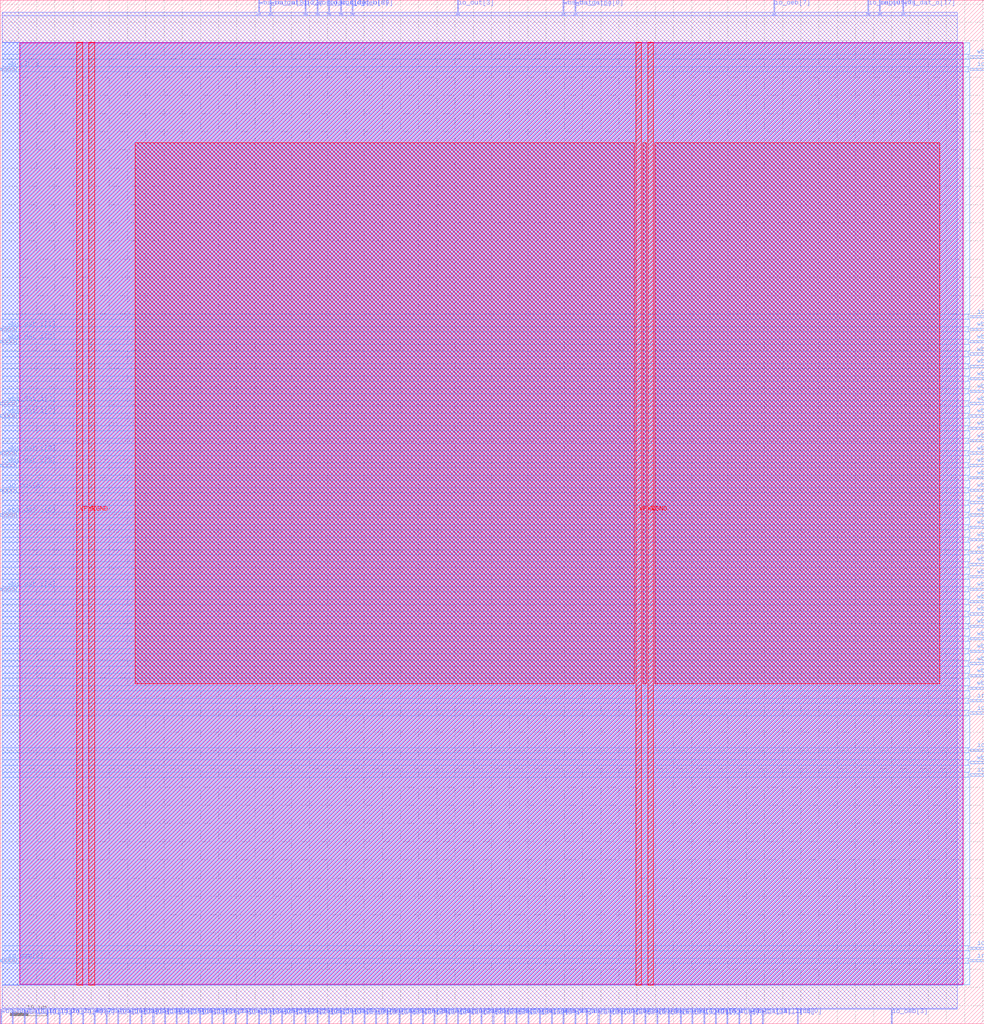
<source format=lef>
VERSION 5.7 ;
  NOWIREEXTENSIONATPIN ON ;
  DIVIDERCHAR "/" ;
  BUSBITCHARS "[]" ;
MACRO alpha2_3_simple_wb_wrapper
  CLASS BLOCK ;
  FOREIGN alpha2_3_simple_wb_wrapper ;
  ORIGIN 0.000 0.000 ;
  SIZE 270.395 BY 281.115 ;
  PIN VGND
    DIRECTION INOUT ;
    USE GROUND ;
    PORT
      LAYER met4 ;
        RECT 24.340 10.640 25.940 269.520 ;
    END
    PORT
      LAYER met4 ;
        RECT 177.940 10.640 179.540 269.520 ;
    END
  END VGND
  PIN VPWR
    DIRECTION INOUT ;
    USE POWER ;
    PORT
      LAYER met4 ;
        RECT 21.040 10.640 22.640 269.520 ;
    END
    PORT
      LAYER met4 ;
        RECT 174.640 10.640 176.240 269.520 ;
    END
  END VPWR
  PIN io_in[0]
    DIRECTION INPUT ;
    USE SIGNAL ;
    ANTENNAGATEAREA 0.196500 ;
    PORT
      LAYER met2 ;
        RECT 83.810 277.115 84.090 281.115 ;
    END
  END io_in[0]
  PIN io_in[1]
    DIRECTION INPUT ;
    USE SIGNAL ;
    PORT
      LAYER met2 ;
        RECT 9.750 0.000 10.030 4.000 ;
    END
  END io_in[1]
  PIN io_in[2]
    DIRECTION INPUT ;
    USE SIGNAL ;
    PORT
      LAYER met2 ;
        RECT 12.970 0.000 13.250 4.000 ;
    END
  END io_in[2]
  PIN io_in[3]
    DIRECTION INPUT ;
    USE SIGNAL ;
    PORT
      LAYER met2 ;
        RECT 16.190 0.000 16.470 4.000 ;
    END
  END io_in[3]
  PIN io_in[4]
    DIRECTION INPUT ;
    USE SIGNAL ;
    ANTENNAGATEAREA 0.196500 ;
    PORT
      LAYER met2 ;
        RECT 199.730 0.000 200.010 4.000 ;
    END
  END io_in[4]
  PIN io_in[5]
    DIRECTION INPUT ;
    USE SIGNAL ;
    ANTENNAGATEAREA 0.196500 ;
    PORT
      LAYER met2 ;
        RECT 193.290 0.000 193.570 4.000 ;
    END
  END io_in[5]
  PIN io_in[6]
    DIRECTION INPUT ;
    USE SIGNAL ;
    PORT
      LAYER met2 ;
        RECT 19.410 0.000 19.690 4.000 ;
    END
  END io_in[6]
  PIN io_in[7]
    DIRECTION INPUT ;
    USE SIGNAL ;
    PORT
      LAYER met2 ;
        RECT 22.630 0.000 22.910 4.000 ;
    END
  END io_in[7]
  PIN io_oeb[0]
    DIRECTION OUTPUT ;
    USE SIGNAL ;
    PORT
      LAYER met2 ;
        RECT 238.370 277.115 238.650 281.115 ;
    END
  END io_oeb[0]
  PIN io_oeb[1]
    DIRECTION OUTPUT ;
    USE SIGNAL ;
    PORT
      LAYER met3 ;
        RECT 266.395 20.440 270.395 21.040 ;
    END
  END io_oeb[1]
  PIN io_oeb[2]
    DIRECTION OUTPUT ;
    USE SIGNAL ;
    PORT
      LAYER met3 ;
        RECT 0.000 17.040 4.000 17.640 ;
    END
  END io_oeb[2]
  PIN io_oeb[3]
    DIRECTION OUTPUT ;
    USE SIGNAL ;
    PORT
      LAYER met2 ;
        RECT 244.810 0.000 245.090 4.000 ;
    END
  END io_oeb[3]
  PIN io_oeb[4]
    DIRECTION OUTPUT ;
    USE SIGNAL ;
    ANTENNADIFFAREA 0.445500 ;
    PORT
      LAYER met2 ;
        RECT 151.430 0.000 151.710 4.000 ;
    END
  END io_oeb[4]
  PIN io_oeb[5]
    DIRECTION OUTPUT ;
    USE SIGNAL ;
    ANTENNADIFFAREA 0.445500 ;
    PORT
      LAYER met3 ;
        RECT 266.395 74.840 270.395 75.440 ;
    END
  END io_oeb[5]
  PIN io_oeb[6]
    DIRECTION OUTPUT ;
    USE SIGNAL ;
    PORT
      LAYER met2 ;
        RECT 96.690 277.115 96.970 281.115 ;
    END
  END io_oeb[6]
  PIN io_oeb[7]
    DIRECTION OUTPUT ;
    USE SIGNAL ;
    PORT
      LAYER met2 ;
        RECT 212.610 277.115 212.890 281.115 ;
    END
  END io_oeb[7]
  PIN io_out[0]
    DIRECTION OUTPUT ;
    USE SIGNAL ;
    ANTENNADIFFAREA 0.445500 ;
    PORT
      LAYER met2 ;
        RECT 90.250 277.115 90.530 281.115 ;
    END
  END io_out[0]
  PIN io_out[1]
    DIRECTION OUTPUT ;
    USE SIGNAL ;
    ANTENNADIFFAREA 0.445500 ;
    PORT
      LAYER met3 ;
        RECT 266.395 193.840 270.395 194.440 ;
    END
  END io_out[1]
  PIN io_out[2]
    DIRECTION OUTPUT ;
    USE SIGNAL ;
    ANTENNADIFFAREA 0.445500 ;
    PORT
      LAYER met3 ;
        RECT 0.000 146.240 4.000 146.840 ;
    END
  END io_out[2]
  PIN io_out[3]
    DIRECTION OUTPUT ;
    USE SIGNAL ;
    ANTENNADIFFAREA 0.445500 ;
    PORT
      LAYER met2 ;
        RECT 125.670 277.115 125.950 281.115 ;
    END
  END io_out[3]
  PIN io_out[4]
    DIRECTION OUTPUT ;
    USE SIGNAL ;
    ANTENNADIFFAREA 0.445500 ;
    PORT
      LAYER met3 ;
        RECT 266.395 85.040 270.395 85.640 ;
    END
  END io_out[4]
  PIN io_out[5]
    DIRECTION OUTPUT ;
    USE SIGNAL ;
    ANTENNADIFFAREA 0.445500 ;
    PORT
      LAYER met3 ;
        RECT 266.395 68.040 270.395 68.640 ;
    END
  END io_out[5]
  PIN io_out[6]
    DIRECTION OUTPUT ;
    USE SIGNAL ;
    PORT
      LAYER met3 ;
        RECT 266.395 261.840 270.395 262.440 ;
    END
  END io_out[6]
  PIN io_out[7]
    DIRECTION OUTPUT ;
    USE SIGNAL ;
    PORT
      LAYER met2 ;
        RECT 241.590 277.115 241.870 281.115 ;
    END
  END io_out[7]
  PIN irq[0]
    DIRECTION OUTPUT ;
    USE SIGNAL ;
    ANTENNADIFFAREA 0.445500 ;
    PORT
      LAYER met2 ;
        RECT 219.050 0.000 219.330 4.000 ;
    END
  END irq[0]
  PIN irq[1]
    DIRECTION OUTPUT ;
    USE SIGNAL ;
    ANTENNADIFFAREA 0.445500 ;
    PORT
      LAYER met3 ;
        RECT 266.395 88.440 270.395 89.040 ;
    END
  END irq[1]
  PIN irq[2]
    DIRECTION OUTPUT ;
    USE SIGNAL ;
    PORT
      LAYER met3 ;
        RECT 266.395 17.040 270.395 17.640 ;
    END
  END irq[2]
  PIN wb_clk_i
    DIRECTION INPUT ;
    USE SIGNAL ;
    ANTENNAGATEAREA 0.852000 ;
    PORT
      LAYER met3 ;
        RECT 0.000 261.840 4.000 262.440 ;
    END
  END wb_clk_i
  PIN wb_rst_i
    DIRECTION INPUT ;
    USE SIGNAL ;
    ANTENNAGATEAREA 0.213000 ;
    PORT
      LAYER met2 ;
        RECT 58.050 0.000 58.330 4.000 ;
    END
  END wb_rst_i
  PIN wbs_ack_o
    DIRECTION OUTPUT ;
    USE SIGNAL ;
    ANTENNADIFFAREA 0.445500 ;
    PORT
      LAYER met3 ;
        RECT 266.395 102.040 270.395 102.640 ;
    END
  END wbs_ack_o
  PIN wbs_adr_i[0]
    DIRECTION INPUT ;
    USE SIGNAL ;
    ANTENNAGATEAREA 0.196500 ;
    PORT
      LAYER met2 ;
        RECT 180.410 0.000 180.690 4.000 ;
    END
  END wbs_adr_i[0]
  PIN wbs_adr_i[10]
    DIRECTION INPUT ;
    USE SIGNAL ;
    ANTENNAGATEAREA 0.196500 ;
    PORT
      LAYER met2 ;
        RECT 164.310 0.000 164.590 4.000 ;
    END
  END wbs_adr_i[10]
  PIN wbs_adr_i[11]
    DIRECTION INPUT ;
    USE SIGNAL ;
    ANTENNAGATEAREA 0.196500 ;
    PORT
      LAYER met2 ;
        RECT 161.090 0.000 161.370 4.000 ;
    END
  END wbs_adr_i[11]
  PIN wbs_adr_i[12]
    DIRECTION INPUT ;
    USE SIGNAL ;
    ANTENNAGATEAREA 0.213000 ;
    PORT
      LAYER met3 ;
        RECT 266.395 108.840 270.395 109.440 ;
    END
  END wbs_adr_i[12]
  PIN wbs_adr_i[13]
    DIRECTION INPUT ;
    USE SIGNAL ;
    ANTENNAGATEAREA 0.196500 ;
    PORT
      LAYER met3 ;
        RECT 266.395 115.640 270.395 116.240 ;
    END
  END wbs_adr_i[13]
  PIN wbs_adr_i[14]
    DIRECTION INPUT ;
    USE SIGNAL ;
    ANTENNAGATEAREA 0.196500 ;
    PORT
      LAYER met3 ;
        RECT 266.395 112.240 270.395 112.840 ;
    END
  END wbs_adr_i[14]
  PIN wbs_adr_i[15]
    DIRECTION INPUT ;
    USE SIGNAL ;
    ANTENNAGATEAREA 0.196500 ;
    PORT
      LAYER met3 ;
        RECT 266.395 125.840 270.395 126.440 ;
    END
  END wbs_adr_i[15]
  PIN wbs_adr_i[16]
    DIRECTION INPUT ;
    USE SIGNAL ;
    ANTENNAGATEAREA 0.196500 ;
    PORT
      LAYER met2 ;
        RECT 99.910 0.000 100.190 4.000 ;
    END
  END wbs_adr_i[16]
  PIN wbs_adr_i[17]
    DIRECTION INPUT ;
    USE SIGNAL ;
    ANTENNAGATEAREA 0.196500 ;
    PORT
      LAYER met2 ;
        RECT 148.210 0.000 148.490 4.000 ;
    END
  END wbs_adr_i[17]
  PIN wbs_adr_i[18]
    DIRECTION INPUT ;
    USE SIGNAL ;
    ANTENNAGATEAREA 0.196500 ;
    PORT
      LAYER met2 ;
        RECT 112.790 0.000 113.070 4.000 ;
    END
  END wbs_adr_i[18]
  PIN wbs_adr_i[19]
    DIRECTION INPUT ;
    USE SIGNAL ;
    ANTENNAGATEAREA 0.196500 ;
    PORT
      LAYER met2 ;
        RECT 119.230 0.000 119.510 4.000 ;
    END
  END wbs_adr_i[19]
  PIN wbs_adr_i[1]
    DIRECTION INPUT ;
    USE SIGNAL ;
    ANTENNAGATEAREA 0.196500 ;
    PORT
      LAYER met2 ;
        RECT 167.530 0.000 167.810 4.000 ;
    END
  END wbs_adr_i[1]
  PIN wbs_adr_i[20]
    DIRECTION INPUT ;
    USE SIGNAL ;
    ANTENNAGATEAREA 0.196500 ;
    PORT
      LAYER met2 ;
        RECT 116.010 0.000 116.290 4.000 ;
    END
  END wbs_adr_i[20]
  PIN wbs_adr_i[21]
    DIRECTION INPUT ;
    USE SIGNAL ;
    ANTENNAGATEAREA 0.196500 ;
    PORT
      LAYER met2 ;
        RECT 122.450 0.000 122.730 4.000 ;
    END
  END wbs_adr_i[21]
  PIN wbs_adr_i[22]
    DIRECTION INPUT ;
    USE SIGNAL ;
    ANTENNAGATEAREA 0.196500 ;
    PORT
      LAYER met2 ;
        RECT 125.670 0.000 125.950 4.000 ;
    END
  END wbs_adr_i[22]
  PIN wbs_adr_i[23]
    DIRECTION INPUT ;
    USE SIGNAL ;
    ANTENNAGATEAREA 0.196500 ;
    PORT
      LAYER met2 ;
        RECT 128.890 0.000 129.170 4.000 ;
    END
  END wbs_adr_i[23]
  PIN wbs_adr_i[24]
    DIRECTION INPUT ;
    USE SIGNAL ;
    ANTENNAGATEAREA 0.196500 ;
    PORT
      LAYER met2 ;
        RECT 138.550 0.000 138.830 4.000 ;
    END
  END wbs_adr_i[24]
  PIN wbs_adr_i[25]
    DIRECTION INPUT ;
    USE SIGNAL ;
    ANTENNAGATEAREA 0.196500 ;
    PORT
      LAYER met2 ;
        RECT 109.570 0.000 109.850 4.000 ;
    END
  END wbs_adr_i[25]
  PIN wbs_adr_i[26]
    DIRECTION INPUT ;
    USE SIGNAL ;
    ANTENNAGATEAREA 0.196500 ;
    PORT
      LAYER met2 ;
        RECT 106.350 0.000 106.630 4.000 ;
    END
  END wbs_adr_i[26]
  PIN wbs_adr_i[27]
    DIRECTION INPUT ;
    USE SIGNAL ;
    ANTENNAGATEAREA 0.196500 ;
    PORT
      LAYER met2 ;
        RECT 103.130 0.000 103.410 4.000 ;
    END
  END wbs_adr_i[27]
  PIN wbs_adr_i[28]
    DIRECTION INPUT ;
    USE SIGNAL ;
    ANTENNAGATEAREA 0.196500 ;
    PORT
      LAYER met2 ;
        RECT 132.110 0.000 132.390 4.000 ;
    END
  END wbs_adr_i[28]
  PIN wbs_adr_i[29]
    DIRECTION INPUT ;
    USE SIGNAL ;
    ANTENNAGATEAREA 0.196500 ;
    PORT
      LAYER met2 ;
        RECT 135.330 0.000 135.610 4.000 ;
    END
  END wbs_adr_i[29]
  PIN wbs_adr_i[2]
    DIRECTION INPUT ;
    USE SIGNAL ;
    ANTENNAGATEAREA 0.196500 ;
    PORT
      LAYER met2 ;
        RECT 196.510 0.000 196.790 4.000 ;
    END
  END wbs_adr_i[2]
  PIN wbs_adr_i[30]
    DIRECTION INPUT ;
    USE SIGNAL ;
    ANTENNAGATEAREA 0.196500 ;
    PORT
      LAYER met2 ;
        RECT 141.770 0.000 142.050 4.000 ;
    END
  END wbs_adr_i[30]
  PIN wbs_adr_i[31]
    DIRECTION INPUT ;
    USE SIGNAL ;
    ANTENNAGATEAREA 0.196500 ;
    PORT
      LAYER met2 ;
        RECT 144.990 0.000 145.270 4.000 ;
    END
  END wbs_adr_i[31]
  PIN wbs_adr_i[3]
    DIRECTION INPUT ;
    USE SIGNAL ;
    ANTENNAGATEAREA 0.196500 ;
    PORT
      LAYER met2 ;
        RECT 183.630 0.000 183.910 4.000 ;
    END
  END wbs_adr_i[3]
  PIN wbs_adr_i[4]
    DIRECTION INPUT ;
    USE SIGNAL ;
    ANTENNAGATEAREA 0.196500 ;
    PORT
      LAYER met2 ;
        RECT 177.190 0.000 177.470 4.000 ;
    END
  END wbs_adr_i[4]
  PIN wbs_adr_i[5]
    DIRECTION INPUT ;
    USE SIGNAL ;
    ANTENNAGATEAREA 0.196500 ;
    PORT
      LAYER met2 ;
        RECT 190.070 0.000 190.350 4.000 ;
    END
  END wbs_adr_i[5]
  PIN wbs_adr_i[6]
    DIRECTION INPUT ;
    USE SIGNAL ;
    ANTENNAGATEAREA 0.196500 ;
    PORT
      LAYER met2 ;
        RECT 170.750 0.000 171.030 4.000 ;
    END
  END wbs_adr_i[6]
  PIN wbs_adr_i[7]
    DIRECTION INPUT ;
    USE SIGNAL ;
    ANTENNAGATEAREA 0.196500 ;
    PORT
      LAYER met2 ;
        RECT 186.850 0.000 187.130 4.000 ;
    END
  END wbs_adr_i[7]
  PIN wbs_adr_i[8]
    DIRECTION INPUT ;
    USE SIGNAL ;
    ANTENNAGATEAREA 0.196500 ;
    PORT
      LAYER met2 ;
        RECT 173.970 0.000 174.250 4.000 ;
    END
  END wbs_adr_i[8]
  PIN wbs_adr_i[9]
    DIRECTION INPUT ;
    USE SIGNAL ;
    ANTENNAGATEAREA 0.196500 ;
    PORT
      LAYER met2 ;
        RECT 157.870 0.000 158.150 4.000 ;
    END
  END wbs_adr_i[9]
  PIN wbs_cyc_i
    DIRECTION INPUT ;
    USE SIGNAL ;
    ANTENNAGATEAREA 0.196500 ;
    PORT
      LAYER met3 ;
        RECT 266.395 119.040 270.395 119.640 ;
    END
  END wbs_cyc_i
  PIN wbs_dat_i[0]
    DIRECTION INPUT ;
    USE SIGNAL ;
    ANTENNAGATEAREA 0.196500 ;
    PORT
      LAYER met3 ;
        RECT 0.000 156.440 4.000 157.040 ;
    END
  END wbs_dat_i[0]
  PIN wbs_dat_i[10]
    DIRECTION INPUT ;
    USE SIGNAL ;
    PORT
      LAYER met2 ;
        RECT 25.850 0.000 26.130 4.000 ;
    END
  END wbs_dat_i[10]
  PIN wbs_dat_i[11]
    DIRECTION INPUT ;
    USE SIGNAL ;
    PORT
      LAYER met2 ;
        RECT 29.070 0.000 29.350 4.000 ;
    END
  END wbs_dat_i[11]
  PIN wbs_dat_i[12]
    DIRECTION INPUT ;
    USE SIGNAL ;
    PORT
      LAYER met2 ;
        RECT 32.290 0.000 32.570 4.000 ;
    END
  END wbs_dat_i[12]
  PIN wbs_dat_i[13]
    DIRECTION INPUT ;
    USE SIGNAL ;
    PORT
      LAYER met2 ;
        RECT 35.510 0.000 35.790 4.000 ;
    END
  END wbs_dat_i[13]
  PIN wbs_dat_i[14]
    DIRECTION INPUT ;
    USE SIGNAL ;
    PORT
      LAYER met2 ;
        RECT 38.730 0.000 39.010 4.000 ;
    END
  END wbs_dat_i[14]
  PIN wbs_dat_i[15]
    DIRECTION INPUT ;
    USE SIGNAL ;
    PORT
      LAYER met2 ;
        RECT 41.950 0.000 42.230 4.000 ;
    END
  END wbs_dat_i[15]
  PIN wbs_dat_i[16]
    DIRECTION INPUT ;
    USE SIGNAL ;
    PORT
      LAYER met2 ;
        RECT 209.390 0.000 209.670 4.000 ;
    END
  END wbs_dat_i[16]
  PIN wbs_dat_i[17]
    DIRECTION INPUT ;
    USE SIGNAL ;
    PORT
      LAYER met2 ;
        RECT 206.170 0.000 206.450 4.000 ;
    END
  END wbs_dat_i[17]
  PIN wbs_dat_i[18]
    DIRECTION INPUT ;
    USE SIGNAL ;
    PORT
      LAYER met2 ;
        RECT 202.950 0.000 203.230 4.000 ;
    END
  END wbs_dat_i[18]
  PIN wbs_dat_i[19]
    DIRECTION INPUT ;
    USE SIGNAL ;
    PORT
      LAYER met2 ;
        RECT 45.170 0.000 45.450 4.000 ;
    END
  END wbs_dat_i[19]
  PIN wbs_dat_i[1]
    DIRECTION INPUT ;
    USE SIGNAL ;
    ANTENNAGATEAREA 0.196500 ;
    PORT
      LAYER met3 ;
        RECT 0.000 190.440 4.000 191.040 ;
    END
  END wbs_dat_i[1]
  PIN wbs_dat_i[20]
    DIRECTION INPUT ;
    USE SIGNAL ;
    PORT
      LAYER met2 ;
        RECT 48.390 0.000 48.670 4.000 ;
    END
  END wbs_dat_i[20]
  PIN wbs_dat_i[21]
    DIRECTION INPUT ;
    USE SIGNAL ;
    PORT
      LAYER met2 ;
        RECT 51.610 0.000 51.890 4.000 ;
    END
  END wbs_dat_i[21]
  PIN wbs_dat_i[22]
    DIRECTION INPUT ;
    USE SIGNAL ;
    PORT
      LAYER met2 ;
        RECT 54.830 0.000 55.110 4.000 ;
    END
  END wbs_dat_i[22]
  PIN wbs_dat_i[23]
    DIRECTION INPUT ;
    USE SIGNAL ;
    PORT
      LAYER met2 ;
        RECT 61.270 0.000 61.550 4.000 ;
    END
  END wbs_dat_i[23]
  PIN wbs_dat_i[24]
    DIRECTION INPUT ;
    USE SIGNAL ;
    PORT
      LAYER met2 ;
        RECT 64.490 0.000 64.770 4.000 ;
    END
  END wbs_dat_i[24]
  PIN wbs_dat_i[25]
    DIRECTION INPUT ;
    USE SIGNAL ;
    PORT
      LAYER met2 ;
        RECT 67.710 0.000 67.990 4.000 ;
    END
  END wbs_dat_i[25]
  PIN wbs_dat_i[26]
    DIRECTION INPUT ;
    USE SIGNAL ;
    PORT
      LAYER met2 ;
        RECT 70.930 0.000 71.210 4.000 ;
    END
  END wbs_dat_i[26]
  PIN wbs_dat_i[27]
    DIRECTION INPUT ;
    USE SIGNAL ;
    PORT
      LAYER met2 ;
        RECT 74.150 0.000 74.430 4.000 ;
    END
  END wbs_dat_i[27]
  PIN wbs_dat_i[28]
    DIRECTION INPUT ;
    USE SIGNAL ;
    PORT
      LAYER met2 ;
        RECT 77.370 0.000 77.650 4.000 ;
    END
  END wbs_dat_i[28]
  PIN wbs_dat_i[29]
    DIRECTION INPUT ;
    USE SIGNAL ;
    PORT
      LAYER met2 ;
        RECT 80.590 0.000 80.870 4.000 ;
    END
  END wbs_dat_i[29]
  PIN wbs_dat_i[2]
    DIRECTION INPUT ;
    USE SIGNAL ;
    ANTENNAGATEAREA 0.196500 ;
    PORT
      LAYER met3 ;
        RECT 0.000 187.040 4.000 187.640 ;
    END
  END wbs_dat_i[2]
  PIN wbs_dat_i[30]
    DIRECTION INPUT ;
    USE SIGNAL ;
    PORT
      LAYER met2 ;
        RECT 83.810 0.000 84.090 4.000 ;
    END
  END wbs_dat_i[30]
  PIN wbs_dat_i[31]
    DIRECTION INPUT ;
    USE SIGNAL ;
    PORT
      LAYER met2 ;
        RECT 87.030 0.000 87.310 4.000 ;
    END
  END wbs_dat_i[31]
  PIN wbs_dat_i[3]
    DIRECTION INPUT ;
    USE SIGNAL ;
    ANTENNAGATEAREA 0.196500 ;
    PORT
      LAYER met3 ;
        RECT 0.000 170.040 4.000 170.640 ;
    END
  END wbs_dat_i[3]
  PIN wbs_dat_i[4]
    DIRECTION INPUT ;
    USE SIGNAL ;
    ANTENNAGATEAREA 0.196500 ;
    PORT
      LAYER met3 ;
        RECT 0.000 119.040 4.000 119.640 ;
    END
  END wbs_dat_i[4]
  PIN wbs_dat_i[5]
    DIRECTION INPUT ;
    USE SIGNAL ;
    ANTENNAGATEAREA 0.196500 ;
    PORT
      LAYER met3 ;
        RECT 0.000 153.040 4.000 153.640 ;
    END
  END wbs_dat_i[5]
  PIN wbs_dat_i[6]
    DIRECTION INPUT ;
    USE SIGNAL ;
    ANTENNAGATEAREA 0.196500 ;
    PORT
      LAYER met3 ;
        RECT 0.000 139.440 4.000 140.040 ;
    END
  END wbs_dat_i[6]
  PIN wbs_dat_i[7]
    DIRECTION INPUT ;
    USE SIGNAL ;
    ANTENNAGATEAREA 0.196500 ;
    PORT
      LAYER met3 ;
        RECT 0.000 166.640 4.000 167.240 ;
    END
  END wbs_dat_i[7]
  PIN wbs_dat_i[8]
    DIRECTION INPUT ;
    USE SIGNAL ;
    PORT
      LAYER met2 ;
        RECT 90.250 0.000 90.530 4.000 ;
    END
  END wbs_dat_i[8]
  PIN wbs_dat_i[9]
    DIRECTION INPUT ;
    USE SIGNAL ;
    PORT
      LAYER met2 ;
        RECT 93.470 0.000 93.750 4.000 ;
    END
  END wbs_dat_i[9]
  PIN wbs_dat_o[0]
    DIRECTION OUTPUT ;
    USE SIGNAL ;
    ANTENNADIFFAREA 0.445500 ;
    PORT
      LAYER met2 ;
        RECT 157.870 277.115 158.150 281.115 ;
    END
  END wbs_dat_o[0]
  PIN wbs_dat_o[10]
    DIRECTION OUTPUT ;
    USE SIGNAL ;
    ANTENNADIFFAREA 0.445500 ;
    PORT
      LAYER met3 ;
        RECT 266.395 183.640 270.395 184.240 ;
    END
  END wbs_dat_o[10]
  PIN wbs_dat_o[11]
    DIRECTION OUTPUT ;
    USE SIGNAL ;
    ANTENNADIFFAREA 0.445500 ;
    PORT
      LAYER met3 ;
        RECT 266.395 190.440 270.395 191.040 ;
    END
  END wbs_dat_o[11]
  PIN wbs_dat_o[12]
    DIRECTION OUTPUT ;
    USE SIGNAL ;
    ANTENNADIFFAREA 0.445500 ;
    PORT
      LAYER met3 ;
        RECT 266.395 163.240 270.395 163.840 ;
    END
  END wbs_dat_o[12]
  PIN wbs_dat_o[13]
    DIRECTION OUTPUT ;
    USE SIGNAL ;
    ANTENNADIFFAREA 0.445500 ;
    PORT
      LAYER met3 ;
        RECT 266.395 159.840 270.395 160.440 ;
    END
  END wbs_dat_o[13]
  PIN wbs_dat_o[14]
    DIRECTION OUTPUT ;
    USE SIGNAL ;
    PORT
      LAYER met3 ;
        RECT 266.395 265.240 270.395 265.840 ;
    END
  END wbs_dat_o[14]
  PIN wbs_dat_o[15]
    DIRECTION OUTPUT ;
    USE SIGNAL ;
    ANTENNADIFFAREA 0.445500 ;
    PORT
      LAYER met3 ;
        RECT 266.395 156.440 270.395 157.040 ;
    END
  END wbs_dat_o[15]
  PIN wbs_dat_o[16]
    DIRECTION OUTPUT ;
    USE SIGNAL ;
    ANTENNADIFFAREA 0.445500 ;
    PORT
      LAYER met3 ;
        RECT 266.395 146.240 270.395 146.840 ;
    END
  END wbs_dat_o[16]
  PIN wbs_dat_o[17]
    DIRECTION OUTPUT ;
    USE SIGNAL ;
    PORT
      LAYER met2 ;
        RECT 248.030 277.115 248.310 281.115 ;
    END
  END wbs_dat_o[17]
  PIN wbs_dat_o[18]
    DIRECTION OUTPUT ;
    USE SIGNAL ;
    ANTENNADIFFAREA 0.445500 ;
    PORT
      LAYER met3 ;
        RECT 266.395 129.240 270.395 129.840 ;
    END
  END wbs_dat_o[18]
  PIN wbs_dat_o[19]
    DIRECTION OUTPUT ;
    USE SIGNAL ;
    ANTENNADIFFAREA 0.445500 ;
    PORT
      LAYER met3 ;
        RECT 266.395 170.040 270.395 170.640 ;
    END
  END wbs_dat_o[19]
  PIN wbs_dat_o[1]
    DIRECTION OUTPUT ;
    USE SIGNAL ;
    ANTENNADIFFAREA 0.445500 ;
    PORT
      LAYER met3 ;
        RECT 266.395 176.840 270.395 177.440 ;
    END
  END wbs_dat_o[1]
  PIN wbs_dat_o[20]
    DIRECTION OUTPUT ;
    USE SIGNAL ;
    PORT
      LAYER met2 ;
        RECT 87.030 277.115 87.310 281.115 ;
    END
  END wbs_dat_o[20]
  PIN wbs_dat_o[21]
    DIRECTION OUTPUT ;
    USE SIGNAL ;
    ANTENNADIFFAREA 0.445500 ;
    PORT
      LAYER met3 ;
        RECT 266.395 142.840 270.395 143.440 ;
    END
  END wbs_dat_o[21]
  PIN wbs_dat_o[22]
    DIRECTION OUTPUT ;
    USE SIGNAL ;
    PORT
      LAYER met2 ;
        RECT 74.150 277.115 74.430 281.115 ;
    END
  END wbs_dat_o[22]
  PIN wbs_dat_o[23]
    DIRECTION OUTPUT ;
    USE SIGNAL ;
    ANTENNADIFFAREA 0.445500 ;
    PORT
      LAYER met3 ;
        RECT 266.395 105.440 270.395 106.040 ;
    END
  END wbs_dat_o[23]
  PIN wbs_dat_o[24]
    DIRECTION OUTPUT ;
    USE SIGNAL ;
    PORT
      LAYER met3 ;
        RECT 266.395 71.440 270.395 72.040 ;
    END
  END wbs_dat_o[24]
  PIN wbs_dat_o[25]
    DIRECTION OUTPUT ;
    USE SIGNAL ;
    ANTENNADIFFAREA 0.445500 ;
    PORT
      LAYER met3 ;
        RECT 266.395 153.040 270.395 153.640 ;
    END
  END wbs_dat_o[25]
  PIN wbs_dat_o[26]
    DIRECTION OUTPUT ;
    USE SIGNAL ;
    ANTENNADIFFAREA 0.445500 ;
    PORT
      LAYER met3 ;
        RECT 266.395 180.240 270.395 180.840 ;
    END
  END wbs_dat_o[26]
  PIN wbs_dat_o[27]
    DIRECTION OUTPUT ;
    USE SIGNAL ;
    ANTENNADIFFAREA 0.445500 ;
    PORT
      LAYER met3 ;
        RECT 266.395 187.040 270.395 187.640 ;
    END
  END wbs_dat_o[27]
  PIN wbs_dat_o[28]
    DIRECTION OUTPUT ;
    USE SIGNAL ;
    ANTENNADIFFAREA 0.445500 ;
    PORT
      LAYER met3 ;
        RECT 266.395 166.640 270.395 167.240 ;
    END
  END wbs_dat_o[28]
  PIN wbs_dat_o[29]
    DIRECTION OUTPUT ;
    USE SIGNAL ;
    PORT
      LAYER met2 ;
        RECT 93.470 277.115 93.750 281.115 ;
    END
  END wbs_dat_o[29]
  PIN wbs_dat_o[2]
    DIRECTION OUTPUT ;
    USE SIGNAL ;
    ANTENNADIFFAREA 0.445500 ;
    PORT
      LAYER met3 ;
        RECT 266.395 136.040 270.395 136.640 ;
    END
  END wbs_dat_o[2]
  PIN wbs_dat_o[30]
    DIRECTION OUTPUT ;
    USE SIGNAL ;
    ANTENNADIFFAREA 0.445500 ;
    PORT
      LAYER met3 ;
        RECT 266.395 149.640 270.395 150.240 ;
    END
  END wbs_dat_o[30]
  PIN wbs_dat_o[31]
    DIRECTION OUTPUT ;
    USE SIGNAL ;
    ANTENNADIFFAREA 0.445500 ;
    PORT
      LAYER met3 ;
        RECT 266.395 132.640 270.395 133.240 ;
    END
  END wbs_dat_o[31]
  PIN wbs_dat_o[3]
    DIRECTION OUTPUT ;
    USE SIGNAL ;
    ANTENNADIFFAREA 0.445500 ;
    PORT
      LAYER met3 ;
        RECT 266.395 91.840 270.395 92.440 ;
    END
  END wbs_dat_o[3]
  PIN wbs_dat_o[4]
    DIRECTION OUTPUT ;
    USE SIGNAL ;
    ANTENNADIFFAREA 0.445500 ;
    PORT
      LAYER met3 ;
        RECT 266.395 173.440 270.395 174.040 ;
    END
  END wbs_dat_o[4]
  PIN wbs_dat_o[5]
    DIRECTION OUTPUT ;
    USE SIGNAL ;
    ANTENNADIFFAREA 0.445500 ;
    PORT
      LAYER met3 ;
        RECT 266.395 98.640 270.395 99.240 ;
    END
  END wbs_dat_o[5]
  PIN wbs_dat_o[6]
    DIRECTION OUTPUT ;
    USE SIGNAL ;
    ANTENNADIFFAREA 0.445500 ;
    PORT
      LAYER met2 ;
        RECT 154.650 277.115 154.930 281.115 ;
    END
  END wbs_dat_o[6]
  PIN wbs_dat_o[7]
    DIRECTION OUTPUT ;
    USE SIGNAL ;
    ANTENNADIFFAREA 0.445500 ;
    PORT
      LAYER met3 ;
        RECT 266.395 139.440 270.395 140.040 ;
    END
  END wbs_dat_o[7]
  PIN wbs_dat_o[8]
    DIRECTION OUTPUT ;
    USE SIGNAL ;
    PORT
      LAYER met2 ;
        RECT 70.930 277.115 71.210 281.115 ;
    END
  END wbs_dat_o[8]
  PIN wbs_dat_o[9]
    DIRECTION OUTPUT ;
    USE SIGNAL ;
    ANTENNADIFFAREA 0.445500 ;
    PORT
      LAYER met3 ;
        RECT 266.395 95.240 270.395 95.840 ;
    END
  END wbs_dat_o[9]
  PIN wbs_sel_i[0]
    DIRECTION INPUT ;
    USE SIGNAL ;
    PORT
      LAYER met2 ;
        RECT 96.690 0.000 96.970 4.000 ;
    END
  END wbs_sel_i[0]
  PIN wbs_sel_i[1]
    DIRECTION INPUT ;
    USE SIGNAL ;
    PORT
      LAYER met2 ;
        RECT 0.090 0.000 0.370 4.000 ;
    END
  END wbs_sel_i[1]
  PIN wbs_sel_i[2]
    DIRECTION INPUT ;
    USE SIGNAL ;
    PORT
      LAYER met2 ;
        RECT 3.310 0.000 3.590 4.000 ;
    END
  END wbs_sel_i[2]
  PIN wbs_sel_i[3]
    DIRECTION INPUT ;
    USE SIGNAL ;
    PORT
      LAYER met2 ;
        RECT 6.530 0.000 6.810 4.000 ;
    END
  END wbs_sel_i[3]
  PIN wbs_stb_i
    DIRECTION INPUT ;
    USE SIGNAL ;
    ANTENNAGATEAREA 0.196500 ;
    PORT
      LAYER met3 ;
        RECT 266.395 122.440 270.395 123.040 ;
    END
  END wbs_stb_i
  PIN wbs_we_i
    DIRECTION INPUT ;
    USE SIGNAL ;
    ANTENNAGATEAREA 0.196500 ;
    PORT
      LAYER met2 ;
        RECT 154.650 0.000 154.930 4.000 ;
    END
  END wbs_we_i
  OBS
      LAYER nwell ;
        RECT 5.330 10.795 264.690 269.470 ;
      LAYER li1 ;
        RECT 5.520 10.795 264.500 269.365 ;
      LAYER met1 ;
        RECT 0.530 10.640 264.500 269.520 ;
      LAYER met2 ;
        RECT 0.550 276.835 70.650 277.850 ;
        RECT 71.490 276.835 73.870 277.850 ;
        RECT 74.710 276.835 83.530 277.850 ;
        RECT 84.370 276.835 86.750 277.850 ;
        RECT 87.590 276.835 89.970 277.850 ;
        RECT 90.810 276.835 93.190 277.850 ;
        RECT 94.030 276.835 96.410 277.850 ;
        RECT 97.250 276.835 125.390 277.850 ;
        RECT 126.230 276.835 154.370 277.850 ;
        RECT 155.210 276.835 157.590 277.850 ;
        RECT 158.430 276.835 212.330 277.850 ;
        RECT 213.170 276.835 238.090 277.850 ;
        RECT 238.930 276.835 241.310 277.850 ;
        RECT 242.150 276.835 247.750 277.850 ;
        RECT 248.590 276.835 263.030 277.850 ;
        RECT 0.550 4.280 263.030 276.835 ;
        RECT 0.650 4.000 3.030 4.280 ;
        RECT 3.870 4.000 6.250 4.280 ;
        RECT 7.090 4.000 9.470 4.280 ;
        RECT 10.310 4.000 12.690 4.280 ;
        RECT 13.530 4.000 15.910 4.280 ;
        RECT 16.750 4.000 19.130 4.280 ;
        RECT 19.970 4.000 22.350 4.280 ;
        RECT 23.190 4.000 25.570 4.280 ;
        RECT 26.410 4.000 28.790 4.280 ;
        RECT 29.630 4.000 32.010 4.280 ;
        RECT 32.850 4.000 35.230 4.280 ;
        RECT 36.070 4.000 38.450 4.280 ;
        RECT 39.290 4.000 41.670 4.280 ;
        RECT 42.510 4.000 44.890 4.280 ;
        RECT 45.730 4.000 48.110 4.280 ;
        RECT 48.950 4.000 51.330 4.280 ;
        RECT 52.170 4.000 54.550 4.280 ;
        RECT 55.390 4.000 57.770 4.280 ;
        RECT 58.610 4.000 60.990 4.280 ;
        RECT 61.830 4.000 64.210 4.280 ;
        RECT 65.050 4.000 67.430 4.280 ;
        RECT 68.270 4.000 70.650 4.280 ;
        RECT 71.490 4.000 73.870 4.280 ;
        RECT 74.710 4.000 77.090 4.280 ;
        RECT 77.930 4.000 80.310 4.280 ;
        RECT 81.150 4.000 83.530 4.280 ;
        RECT 84.370 4.000 86.750 4.280 ;
        RECT 87.590 4.000 89.970 4.280 ;
        RECT 90.810 4.000 93.190 4.280 ;
        RECT 94.030 4.000 96.410 4.280 ;
        RECT 97.250 4.000 99.630 4.280 ;
        RECT 100.470 4.000 102.850 4.280 ;
        RECT 103.690 4.000 106.070 4.280 ;
        RECT 106.910 4.000 109.290 4.280 ;
        RECT 110.130 4.000 112.510 4.280 ;
        RECT 113.350 4.000 115.730 4.280 ;
        RECT 116.570 4.000 118.950 4.280 ;
        RECT 119.790 4.000 122.170 4.280 ;
        RECT 123.010 4.000 125.390 4.280 ;
        RECT 126.230 4.000 128.610 4.280 ;
        RECT 129.450 4.000 131.830 4.280 ;
        RECT 132.670 4.000 135.050 4.280 ;
        RECT 135.890 4.000 138.270 4.280 ;
        RECT 139.110 4.000 141.490 4.280 ;
        RECT 142.330 4.000 144.710 4.280 ;
        RECT 145.550 4.000 147.930 4.280 ;
        RECT 148.770 4.000 151.150 4.280 ;
        RECT 151.990 4.000 154.370 4.280 ;
        RECT 155.210 4.000 157.590 4.280 ;
        RECT 158.430 4.000 160.810 4.280 ;
        RECT 161.650 4.000 164.030 4.280 ;
        RECT 164.870 4.000 167.250 4.280 ;
        RECT 168.090 4.000 170.470 4.280 ;
        RECT 171.310 4.000 173.690 4.280 ;
        RECT 174.530 4.000 176.910 4.280 ;
        RECT 177.750 4.000 180.130 4.280 ;
        RECT 180.970 4.000 183.350 4.280 ;
        RECT 184.190 4.000 186.570 4.280 ;
        RECT 187.410 4.000 189.790 4.280 ;
        RECT 190.630 4.000 193.010 4.280 ;
        RECT 193.850 4.000 196.230 4.280 ;
        RECT 197.070 4.000 199.450 4.280 ;
        RECT 200.290 4.000 202.670 4.280 ;
        RECT 203.510 4.000 205.890 4.280 ;
        RECT 206.730 4.000 209.110 4.280 ;
        RECT 209.950 4.000 218.770 4.280 ;
        RECT 219.610 4.000 244.530 4.280 ;
        RECT 245.370 4.000 263.030 4.280 ;
      LAYER met3 ;
        RECT 0.525 266.240 266.395 269.445 ;
        RECT 0.525 264.840 265.995 266.240 ;
        RECT 0.525 262.840 266.395 264.840 ;
        RECT 4.400 261.440 265.995 262.840 ;
        RECT 0.525 194.840 266.395 261.440 ;
        RECT 0.525 193.440 265.995 194.840 ;
        RECT 0.525 191.440 266.395 193.440 ;
        RECT 4.400 190.040 265.995 191.440 ;
        RECT 0.525 188.040 266.395 190.040 ;
        RECT 4.400 186.640 265.995 188.040 ;
        RECT 0.525 184.640 266.395 186.640 ;
        RECT 0.525 183.240 265.995 184.640 ;
        RECT 0.525 181.240 266.395 183.240 ;
        RECT 0.525 179.840 265.995 181.240 ;
        RECT 0.525 177.840 266.395 179.840 ;
        RECT 0.525 176.440 265.995 177.840 ;
        RECT 0.525 174.440 266.395 176.440 ;
        RECT 0.525 173.040 265.995 174.440 ;
        RECT 0.525 171.040 266.395 173.040 ;
        RECT 4.400 169.640 265.995 171.040 ;
        RECT 0.525 167.640 266.395 169.640 ;
        RECT 4.400 166.240 265.995 167.640 ;
        RECT 0.525 164.240 266.395 166.240 ;
        RECT 0.525 162.840 265.995 164.240 ;
        RECT 0.525 160.840 266.395 162.840 ;
        RECT 0.525 159.440 265.995 160.840 ;
        RECT 0.525 157.440 266.395 159.440 ;
        RECT 4.400 156.040 265.995 157.440 ;
        RECT 0.525 154.040 266.395 156.040 ;
        RECT 4.400 152.640 265.995 154.040 ;
        RECT 0.525 150.640 266.395 152.640 ;
        RECT 0.525 149.240 265.995 150.640 ;
        RECT 0.525 147.240 266.395 149.240 ;
        RECT 4.400 145.840 265.995 147.240 ;
        RECT 0.525 143.840 266.395 145.840 ;
        RECT 0.525 142.440 265.995 143.840 ;
        RECT 0.525 140.440 266.395 142.440 ;
        RECT 4.400 139.040 265.995 140.440 ;
        RECT 0.525 137.040 266.395 139.040 ;
        RECT 0.525 135.640 265.995 137.040 ;
        RECT 0.525 133.640 266.395 135.640 ;
        RECT 0.525 132.240 265.995 133.640 ;
        RECT 0.525 130.240 266.395 132.240 ;
        RECT 0.525 128.840 265.995 130.240 ;
        RECT 0.525 126.840 266.395 128.840 ;
        RECT 0.525 125.440 265.995 126.840 ;
        RECT 0.525 123.440 266.395 125.440 ;
        RECT 0.525 122.040 265.995 123.440 ;
        RECT 0.525 120.040 266.395 122.040 ;
        RECT 4.400 118.640 265.995 120.040 ;
        RECT 0.525 116.640 266.395 118.640 ;
        RECT 0.525 115.240 265.995 116.640 ;
        RECT 0.525 113.240 266.395 115.240 ;
        RECT 0.525 111.840 265.995 113.240 ;
        RECT 0.525 109.840 266.395 111.840 ;
        RECT 0.525 108.440 265.995 109.840 ;
        RECT 0.525 106.440 266.395 108.440 ;
        RECT 0.525 105.040 265.995 106.440 ;
        RECT 0.525 103.040 266.395 105.040 ;
        RECT 0.525 101.640 265.995 103.040 ;
        RECT 0.525 99.640 266.395 101.640 ;
        RECT 0.525 98.240 265.995 99.640 ;
        RECT 0.525 96.240 266.395 98.240 ;
        RECT 0.525 94.840 265.995 96.240 ;
        RECT 0.525 92.840 266.395 94.840 ;
        RECT 0.525 91.440 265.995 92.840 ;
        RECT 0.525 89.440 266.395 91.440 ;
        RECT 0.525 88.040 265.995 89.440 ;
        RECT 0.525 86.040 266.395 88.040 ;
        RECT 0.525 84.640 265.995 86.040 ;
        RECT 0.525 75.840 266.395 84.640 ;
        RECT 0.525 74.440 265.995 75.840 ;
        RECT 0.525 72.440 266.395 74.440 ;
        RECT 0.525 71.040 265.995 72.440 ;
        RECT 0.525 69.040 266.395 71.040 ;
        RECT 0.525 67.640 265.995 69.040 ;
        RECT 0.525 21.440 266.395 67.640 ;
        RECT 0.525 20.040 265.995 21.440 ;
        RECT 0.525 18.040 266.395 20.040 ;
        RECT 4.400 16.640 265.995 18.040 ;
        RECT 0.525 10.715 266.395 16.640 ;
      LAYER met4 ;
        RECT 37.095 93.335 174.240 241.905 ;
        RECT 176.640 93.335 177.540 241.905 ;
        RECT 179.940 93.335 258.225 241.905 ;
  END
END alpha2_3_simple_wb_wrapper
END LIBRARY


</source>
